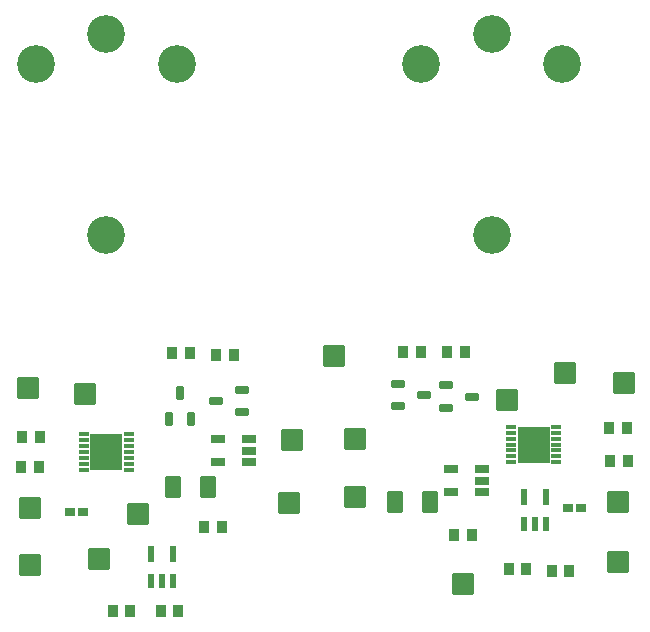
<source format=gts>
G04 Layer: TopSolderMaskLayer*
G04 EasyEDA v6.5.29, 2023-07-10 19:36:55*
G04 1e7b4ab6233f4b76a91dc94f4c831b37,398929e9e95146ce9e037ed163e1f376,10*
G04 Gerber Generator version 0.2*
G04 Scale: 100 percent, Rotated: No, Reflected: No *
G04 Dimensions in millimeters *
G04 leading zeros omitted , absolute positions ,4 integer and 5 decimal *
%FSLAX45Y45*%
%MOMM*%

%AMMACRO1*1,1,$1,$2,$3*1,1,$1,$4,$5*1,1,$1,0-$2,0-$3*1,1,$1,0-$4,0-$5*20,1,$1,$2,$3,$4,$5,0*20,1,$1,$4,$5,0-$2,0-$3,0*20,1,$1,0-$2,0-$3,0-$4,0-$5,0*20,1,$1,0-$4,0-$5,$2,$3,0*4,1,4,$2,$3,$4,$5,0-$2,0-$3,0-$4,0-$5,$2,$3,0*%
%ADD10MACRO1,0.1016X-0.395X-0.27X-0.395X0.27*%
%ADD11MACRO1,0.1016X0.395X-0.27X0.395X0.27*%
%ADD12MACRO1,0.1016X-0.4X0.45X0.4X0.45*%
%ADD13MACRO1,0.1016X-0.85X0.85X0.85X0.85*%
%ADD14MACRO1,0.1016X-0.4032X-0.432X-0.4032X0.432*%
%ADD15MACRO1,0.1016X0.4032X-0.432X0.4032X0.432*%
%ADD16MACRO1,0.1016X0.4032X0.432X0.4032X-0.432*%
%ADD17MACRO1,0.1016X-0.4032X0.432X-0.4032X-0.432*%
%ADD18MACRO1,0.1016X-0.6038X-0.8505X-0.6038X0.8505*%
%ADD19MACRO1,0.1016X0.6038X-0.8505X0.6038X0.8505*%
%ADD20MACRO1,0.1016X-0.3325X0.14X0.3325X0.14*%
%ADD21MACRO1,0.1016X0.3325X0.14X-0.3325X0.14*%
%ADD22MACRO1,0.1016X-1.3X1.5X1.3X1.5*%
%ADD23MACRO1,0.1016X0.3325X-0.14X-0.3325X-0.14*%
%ADD24MACRO1,0.1016X-0.3325X-0.14X0.3325X-0.14*%
%ADD25MACRO1,0.1016X1.3X-1.5X-1.3X-1.5*%
%ADD26C,3.2032*%
%ADD27MACRO1,0.1016X-0.5X0.3X0.5X0.3*%
%ADD28MACRO1,0.1016X-0.245X0.5785X0.245X0.5785*%
%ADD29MACRO1,0.1016X-0.245X0.5875X0.245X0.5875*%
%ADD30MACRO1,0.1016X-0.266X-0.5188X0.266X-0.5188*%
%ADD31MACRO1,0.1016X0.5188X-0.266X0.5188X0.266*%
%ADD32MACRO1,0.1016X-0.5188X0.266X-0.5188X-0.266*%

%LPD*%
D10*
G01*
X1573049Y-5053172D03*
D11*
G01*
X1464038Y-5053172D03*
D10*
G01*
X5789449Y-5015072D03*
D11*
G01*
X5680438Y-5015072D03*
D12*
G01*
X2375943Y-5891372D03*
G01*
X2235944Y-5891372D03*
G01*
X1969543Y-5891372D03*
G01*
X1829544Y-5891372D03*
G01*
X5690643Y-5548472D03*
G01*
X5550644Y-5548472D03*
G01*
X5322343Y-5535772D03*
G01*
X5182344Y-5535772D03*
D13*
G01*
X1594744Y-4049872D03*
G01*
X5658744Y-3872072D03*
G01*
X1112144Y-3999072D03*
G01*
X6154044Y-3960972D03*
G01*
X1124844Y-5015072D03*
G01*
X6103244Y-4964272D03*
G01*
X3347344Y-4443572D03*
G01*
X1124844Y-5497672D03*
G01*
X3880744Y-4430872D03*
G01*
X6103244Y-5472272D03*
G01*
X3702944Y-3732372D03*
G01*
X2039244Y-5065872D03*
G01*
X5163444Y-4100672D03*
G01*
X3321944Y-4976972D03*
G01*
X3880744Y-4926172D03*
G01*
X1709044Y-5446872D03*
G01*
X4795144Y-5662772D03*
D14*
G01*
X1212869Y-4418172D03*
D15*
G01*
X1062219Y-4418172D03*
D14*
G01*
X1200169Y-4672172D03*
D15*
G01*
X1049519Y-4672172D03*
D14*
G01*
X2482869Y-3706972D03*
D15*
G01*
X2332219Y-3706972D03*
D14*
G01*
X2851169Y-3719672D03*
D15*
G01*
X2700519Y-3719672D03*
D14*
G01*
X2749569Y-5180172D03*
D15*
G01*
X2598919Y-5180172D03*
D14*
G01*
X4870469Y-5243672D03*
D15*
G01*
X4719819Y-5243672D03*
D14*
G01*
X6191269Y-4621372D03*
D15*
G01*
X6040619Y-4621372D03*
D14*
G01*
X6178569Y-4341972D03*
D15*
G01*
X6027919Y-4341972D03*
D16*
G01*
X4656319Y-3694272D03*
D17*
G01*
X4806969Y-3694272D03*
D16*
G01*
X4288019Y-3694272D03*
D17*
G01*
X4438669Y-3694272D03*
D18*
G01*
X2631620Y-4837272D03*
D19*
G01*
X2335867Y-4837272D03*
D18*
G01*
X4511220Y-4964272D03*
D19*
G01*
X4215467Y-4964272D03*
D20*
G01*
X1581793Y-4395160D03*
G01*
X1581793Y-4445160D03*
G01*
X1581793Y-4495159D03*
G01*
X1581793Y-4545159D03*
G01*
X1581793Y-4595159D03*
G01*
X1581793Y-4645159D03*
G01*
X1581793Y-4695159D03*
D21*
G01*
X1963294Y-4395160D03*
G01*
X1963294Y-4445160D03*
G01*
X1963294Y-4495159D03*
G01*
X1963294Y-4545159D03*
G01*
X1963294Y-4595159D03*
G01*
X1963294Y-4645159D03*
G01*
X1963294Y-4695159D03*
D22*
G01*
X1772544Y-4545159D03*
D23*
G01*
X5582794Y-4631684D03*
G01*
X5582794Y-4581685D03*
G01*
X5582794Y-4531685D03*
G01*
X5582794Y-4481685D03*
G01*
X5582794Y-4431685D03*
G01*
X5582794Y-4381685D03*
G01*
X5582794Y-4331685D03*
D24*
G01*
X5201293Y-4631684D03*
G01*
X5201293Y-4581685D03*
G01*
X5201293Y-4531685D03*
G01*
X5201293Y-4481685D03*
G01*
X5201293Y-4431685D03*
G01*
X5201293Y-4381685D03*
G01*
X5201293Y-4331685D03*
D25*
G01*
X5392044Y-4481685D03*
D26*
G01*
X1772544Y-2703672D03*
G01*
X1175644Y-1255872D03*
G01*
X1772544Y-1002761D03*
G01*
X2369444Y-1255872D03*
G01*
X5036444Y-2703672D03*
G01*
X4439544Y-1255872D03*
G01*
X5036444Y-1002761D03*
G01*
X5633344Y-1255872D03*
D27*
G01*
X2722034Y-4627468D03*
G01*
X2722034Y-4437476D03*
G01*
X2982053Y-4437476D03*
G01*
X2982053Y-4532472D03*
G01*
X2982053Y-4627468D03*
G01*
X4690534Y-4881468D03*
G01*
X4690534Y-4691476D03*
G01*
X4950553Y-4691476D03*
G01*
X4950553Y-4786472D03*
G01*
X4950553Y-4881468D03*
D28*
G01*
X2147448Y-5638439D03*
G01*
X2242444Y-5638439D03*
G01*
X2337440Y-5638439D03*
D29*
G01*
X2337440Y-5407705D03*
G01*
X2147448Y-5407705D03*
D28*
G01*
X5309748Y-5155839D03*
G01*
X5404744Y-5155839D03*
G01*
X5499740Y-5155839D03*
D29*
G01*
X5499740Y-4925105D03*
G01*
X5309748Y-4925105D03*
D30*
G01*
X2299844Y-4261598D03*
G01*
X2489843Y-4261598D03*
G01*
X2394844Y-4041347D03*
D31*
G01*
X2924069Y-4208372D03*
G01*
X2924069Y-4018372D03*
G01*
X2703818Y-4113372D03*
D32*
G01*
X4646918Y-3980272D03*
G01*
X4646918Y-4170272D03*
G01*
X4867169Y-4075272D03*
G01*
X4240518Y-3967572D03*
G01*
X4240518Y-4157572D03*
G01*
X4460769Y-4062572D03*
M02*

</source>
